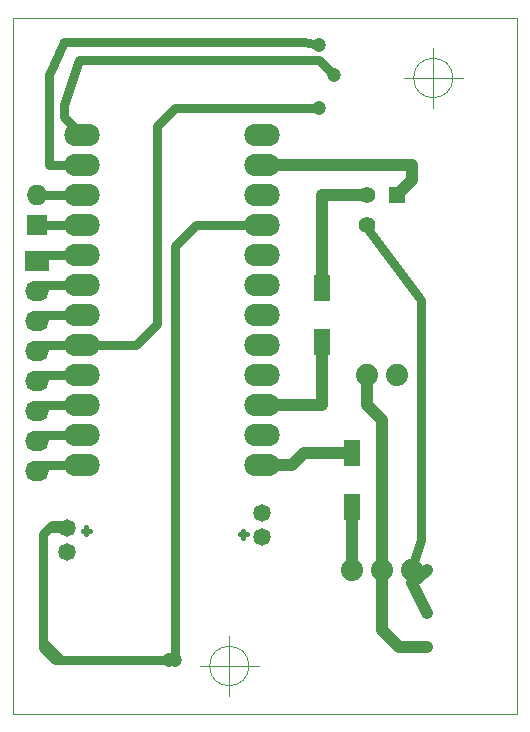
<source format=gtl>
%FSLAX34Y34*%
G04 Gerber Fmt 3.4, Leading zero omitted, Abs format*
G04 (created by PCBNEW (2014-06-16 BZR 4947)-product) date Tue 01 Jul 2014 11:52:39 PM EDT*
%MOIN*%
G01*
G70*
G90*
G04 APERTURE LIST*
%ADD10C,0.003937*%
%ADD11C,0.015000*%
%ADD12C,0.074000*%
%ADD13R,0.055000X0.055000*%
%ADD14C,0.055000*%
%ADD15R,0.055100X0.090600*%
%ADD16O,0.118110X0.074000*%
%ADD17C,0.058300*%
%ADD18R,0.068000X0.068000*%
%ADD19O,0.068000X0.068000*%
%ADD20R,0.080000X0.068000*%
%ADD21O,0.080000X0.068000*%
%ADD22C,0.047244*%
%ADD23C,0.031496*%
%ADD24C,0.039370*%
%ADD25C,0.019685*%
G04 APERTURE END LIST*
G54D10*
X7856Y1600D02*
G75*
G03X7856Y1600I-656J0D01*
G74*
G01*
X6215Y1600D02*
X8184Y1600D01*
X7200Y2584D02*
X7200Y615D01*
X14656Y21200D02*
G75*
G03X14656Y21200I-656J0D01*
G74*
G01*
X13015Y21200D02*
X14984Y21200D01*
X14000Y22184D02*
X14000Y20215D01*
X0Y0D02*
X0Y23200D01*
X16800Y0D02*
X0Y0D01*
X16800Y23200D02*
X16800Y0D01*
X0Y23200D02*
X16800Y23200D01*
X0Y0D02*
X16500Y0D01*
G54D11*
X7670Y5985D02*
X7788Y5985D01*
X7670Y5985D02*
X7670Y6103D01*
X7670Y5867D02*
X7670Y5985D01*
X7670Y5985D02*
X7552Y5985D01*
X2430Y6115D02*
X2312Y6115D01*
X2430Y6115D02*
X2430Y5997D01*
X2430Y6233D02*
X2430Y6115D01*
X2430Y6115D02*
X2548Y6115D01*
G54D12*
X12800Y11300D03*
X11800Y11300D03*
X13300Y4800D03*
X12300Y4800D03*
X11300Y4800D03*
G54D13*
X12800Y17300D03*
G54D14*
X11800Y17300D03*
X11800Y16300D03*
G54D15*
X10300Y12394D03*
X10300Y14206D03*
X11300Y8706D03*
X11300Y6894D03*
G54D16*
X2300Y19300D03*
X2300Y18300D03*
X2300Y17300D03*
X2300Y16300D03*
X2300Y15300D03*
X2300Y14300D03*
X2300Y13300D03*
X2300Y12300D03*
X2300Y11300D03*
X2300Y10300D03*
X2300Y9300D03*
X2300Y8300D03*
X8300Y8300D03*
X8300Y9300D03*
X8300Y10300D03*
X8300Y11300D03*
X8300Y12300D03*
X8300Y13300D03*
X8300Y14300D03*
X8300Y15300D03*
X8300Y16300D03*
X8300Y17300D03*
X8300Y18300D03*
X8300Y19300D03*
G54D17*
X8300Y5906D03*
X8300Y6694D03*
X1800Y6194D03*
X1800Y5406D03*
G54D18*
X800Y16300D03*
G54D19*
X800Y17300D03*
G54D20*
X800Y15100D03*
G54D21*
X800Y14100D03*
X800Y13100D03*
X800Y12100D03*
X800Y11100D03*
X800Y10100D03*
X800Y9100D03*
X800Y8100D03*
G54D22*
X10700Y21300D03*
X10200Y22300D03*
X10200Y20200D03*
X5200Y1800D03*
X5400Y1800D03*
G54D23*
X800Y16300D02*
X2300Y16300D01*
X800Y17300D02*
X2300Y17300D01*
G54D24*
X13800Y4800D02*
X13800Y4800D01*
X13300Y4359D02*
X13800Y3359D01*
X13800Y4800D02*
X13300Y4359D01*
X11800Y10300D02*
X12300Y9800D01*
X12300Y9800D02*
X12300Y4800D01*
X11800Y11300D02*
X11800Y10300D01*
X12300Y2800D02*
X12859Y2241D01*
X12859Y2241D02*
X13800Y2241D01*
X12300Y4800D02*
X12300Y2800D01*
X11300Y6894D02*
X11300Y4800D01*
X10300Y10300D02*
X10300Y12394D01*
X8300Y10300D02*
X10300Y10300D01*
X9300Y8300D02*
X9706Y8706D01*
X9706Y8706D02*
X11300Y8706D01*
X8300Y8300D02*
X9300Y8300D01*
G54D23*
X1700Y19900D02*
X2300Y19300D01*
X1700Y20300D02*
X1700Y19900D01*
X2200Y21800D02*
X1700Y20300D01*
X10200Y21800D02*
X2200Y21800D01*
X10700Y21300D02*
X10200Y21800D01*
X1200Y18300D02*
X2300Y18300D01*
X1200Y21300D02*
X1200Y18300D01*
X1700Y22400D02*
X1200Y21300D01*
X9700Y22400D02*
X1700Y22400D01*
X10200Y22300D02*
X9700Y22400D01*
X2300Y15300D02*
X1000Y15300D01*
X1000Y15300D02*
X800Y15100D01*
X2300Y14300D02*
X1000Y14300D01*
X1000Y14300D02*
X800Y14100D01*
X2300Y13300D02*
X1000Y13300D01*
X1000Y13300D02*
X800Y13100D01*
X2300Y12300D02*
X1000Y12300D01*
X1000Y12300D02*
X800Y12100D01*
X4100Y12300D02*
X4800Y13000D01*
X4800Y13000D02*
X4800Y19600D01*
X4800Y19600D02*
X5400Y20200D01*
X5400Y20200D02*
X10200Y20200D01*
X2300Y12300D02*
X4100Y12300D01*
X2300Y11300D02*
X1000Y11300D01*
X1000Y11300D02*
X800Y11100D01*
X2300Y10300D02*
X1000Y10300D01*
X1000Y10300D02*
X800Y10100D01*
X2300Y9300D02*
X1000Y9300D01*
X1000Y9300D02*
X800Y9100D01*
X2300Y8300D02*
X1000Y8300D01*
X1000Y8300D02*
X800Y8100D01*
X1800Y6194D02*
X1194Y6194D01*
X1194Y6194D02*
X1000Y6000D01*
X1000Y6000D02*
X1000Y2400D01*
X1000Y2400D02*
X1600Y1800D01*
X1600Y1800D02*
X5200Y1800D01*
X1800Y6300D02*
X1300Y6300D01*
X1400Y1800D02*
X5200Y1800D01*
X1000Y2200D02*
X1400Y1800D01*
X1000Y6000D02*
X1000Y2200D01*
X1300Y6300D02*
X1000Y6000D01*
X5400Y15600D02*
X5400Y1800D01*
X6100Y16300D02*
X5400Y15600D01*
X8300Y16300D02*
X6100Y16300D01*
G54D25*
X13300Y4900D02*
X13300Y4800D01*
G54D23*
X13600Y5800D02*
X13300Y4900D01*
X13600Y13800D02*
X13600Y5800D01*
X11800Y16200D02*
X13600Y13800D01*
G54D25*
X11800Y16300D02*
X11800Y16200D01*
G54D24*
X10300Y17300D02*
X11800Y17300D01*
X10300Y14206D02*
X10300Y17300D01*
X13300Y18300D02*
X13300Y17800D01*
X13300Y17800D02*
X12800Y17300D01*
X8300Y18300D02*
X13300Y18300D01*
M02*

</source>
